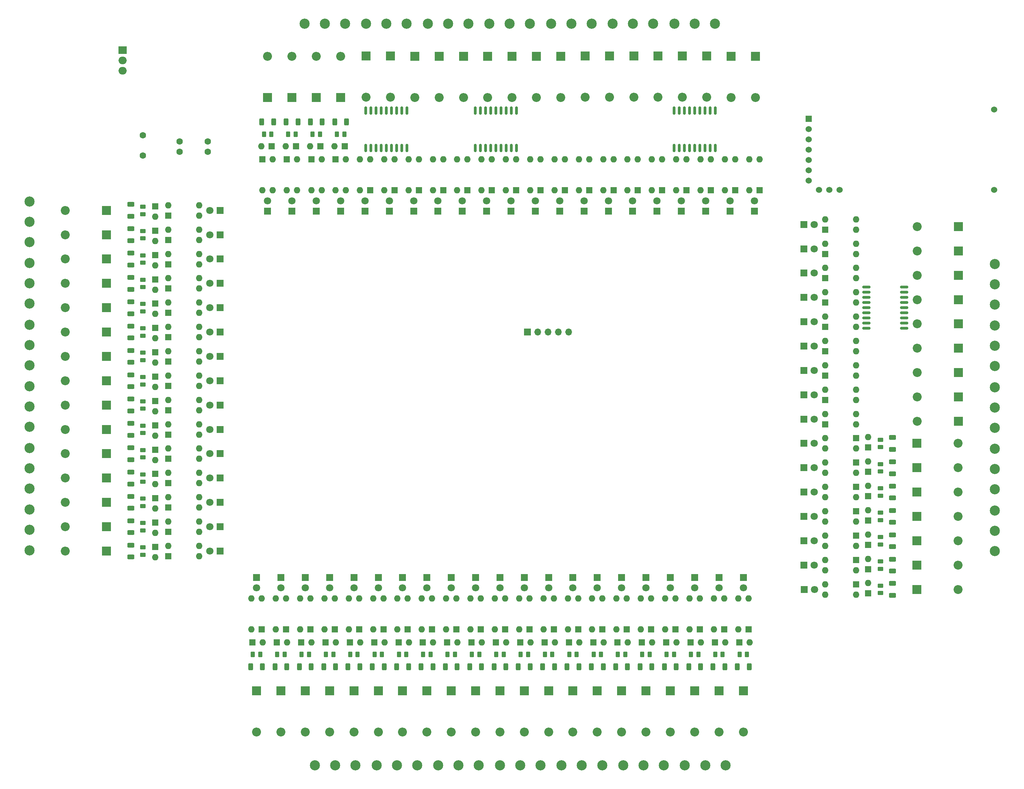
<source format=gbr>
%TF.GenerationSoftware,KiCad,Pcbnew,(6.0.9)*%
%TF.CreationDate,2023-01-18T11:33:35+02:00*%
%TF.ProjectId,SilosProject02,53696c6f-7350-4726-9f6a-65637430322e,rev?*%
%TF.SameCoordinates,Original*%
%TF.FileFunction,Soldermask,Bot*%
%TF.FilePolarity,Negative*%
%FSLAX46Y46*%
G04 Gerber Fmt 4.6, Leading zero omitted, Abs format (unit mm)*
G04 Created by KiCad (PCBNEW (6.0.9)) date 2023-01-18 11:33:35*
%MOMM*%
%LPD*%
G01*
G04 APERTURE LIST*
G04 Aperture macros list*
%AMRoundRect*
0 Rectangle with rounded corners*
0 $1 Rounding radius*
0 $2 $3 $4 $5 $6 $7 $8 $9 X,Y pos of 4 corners*
0 Add a 4 corners polygon primitive as box body*
4,1,4,$2,$3,$4,$5,$6,$7,$8,$9,$2,$3,0*
0 Add four circle primitives for the rounded corners*
1,1,$1+$1,$2,$3*
1,1,$1+$1,$4,$5*
1,1,$1+$1,$6,$7*
1,1,$1+$1,$8,$9*
0 Add four rect primitives between the rounded corners*
20,1,$1+$1,$2,$3,$4,$5,0*
20,1,$1+$1,$4,$5,$6,$7,0*
20,1,$1+$1,$6,$7,$8,$9,0*
20,1,$1+$1,$8,$9,$2,$3,0*%
G04 Aperture macros list end*
%ADD10RoundRect,0.250000X-0.625000X0.312500X-0.625000X-0.312500X0.625000X-0.312500X0.625000X0.312500X0*%
%ADD11C,2.500000*%
%ADD12R,1.600000X1.600000*%
%ADD13O,1.600000X1.600000*%
%ADD14RoundRect,0.250000X-0.450000X0.262500X-0.450000X-0.262500X0.450000X-0.262500X0.450000X0.262500X0*%
%ADD15R,2.200000X2.200000*%
%ADD16O,2.200000X2.200000*%
%ADD17RoundRect,0.250000X0.450000X-0.262500X0.450000X0.262500X-0.450000X0.262500X-0.450000X-0.262500X0*%
%ADD18R,1.800000X1.800000*%
%ADD19C,1.800000*%
%ADD20RoundRect,0.250000X0.625000X-0.312500X0.625000X0.312500X-0.625000X0.312500X-0.625000X-0.312500X0*%
%ADD21R,1.700000X1.700000*%
%ADD22O,1.700000X1.700000*%
%ADD23R,1.524000X1.524000*%
%ADD24C,1.524000*%
%ADD25RoundRect,0.250000X-0.262500X-0.450000X0.262500X-0.450000X0.262500X0.450000X-0.262500X0.450000X0*%
%ADD26RoundRect,0.250000X0.312500X0.625000X-0.312500X0.625000X-0.312500X-0.625000X0.312500X-0.625000X0*%
%ADD27RoundRect,0.250000X0.262500X0.450000X-0.262500X0.450000X-0.262500X-0.450000X0.262500X-0.450000X0*%
%ADD28RoundRect,0.250000X-0.312500X-0.625000X0.312500X-0.625000X0.312500X0.625000X-0.312500X0.625000X0*%
%ADD29C,1.600000*%
%ADD30RoundRect,0.150000X0.150000X-0.875000X0.150000X0.875000X-0.150000X0.875000X-0.150000X-0.875000X0*%
%ADD31R,2.000000X1.905000*%
%ADD32O,2.000000X1.905000*%
%ADD33RoundRect,0.150000X-0.875000X-0.150000X0.875000X-0.150000X0.875000X0.150000X-0.875000X0.150000X0*%
G04 APERTURE END LIST*
D10*
%TO.C,R20*%
X-472000000Y-512537500D03*
X-472000000Y-515462500D03*
%TD*%
D11*
%TO.C,J13*%
X-340600000Y-596800000D03*
X-345600000Y-596800000D03*
X-350600000Y-596800000D03*
%TD*%
D10*
%TO.C,R34*%
X-472000000Y-494537500D03*
X-472000000Y-497462500D03*
%TD*%
D12*
%TO.C,D113*%
X-346000000Y-566500000D03*
D13*
X-343460000Y-566500000D03*
%TD*%
D14*
%TO.C,R218*%
X-287200000Y-528550000D03*
X-287200000Y-530375000D03*
%TD*%
D12*
%TO.C,D151*%
X-425275000Y-444200000D03*
D13*
X-427815000Y-444200000D03*
%TD*%
D15*
%TO.C,D87*%
X-411000000Y-578500000D03*
D16*
X-411000000Y-588660000D03*
%TD*%
D12*
%TO.C,U29*%
X-385725000Y-563300000D03*
D13*
X-388265000Y-563300000D03*
X-388265000Y-555680000D03*
X-385725000Y-555680000D03*
%TD*%
D17*
%TO.C,R31*%
X-469000000Y-520912500D03*
X-469000000Y-519087500D03*
%TD*%
D15*
%TO.C,D176*%
X-420275000Y-432200000D03*
D16*
X-420275000Y-422040000D03*
%TD*%
D12*
%TO.C,D167*%
X-437275000Y-444200000D03*
D13*
X-439815000Y-444200000D03*
%TD*%
D18*
%TO.C,D189*%
X-360275000Y-460200000D03*
D19*
X-360275000Y-457660000D03*
%TD*%
D11*
%TO.C,J21*%
X-353200000Y-414000000D03*
X-348200000Y-414000000D03*
X-343200000Y-414000000D03*
%TD*%
D18*
%TO.C,D169*%
X-306020000Y-463462500D03*
D19*
X-303480000Y-463462500D03*
%TD*%
D12*
%TO.C,U69*%
X-329000000Y-455000000D03*
D13*
X-331540000Y-455000000D03*
X-331540000Y-447380000D03*
X-329000000Y-447380000D03*
%TD*%
D15*
%TO.C,D70*%
X-399000000Y-578500000D03*
D16*
X-399000000Y-588660000D03*
%TD*%
D20*
%TO.C,R223*%
X-284200000Y-530925000D03*
X-284200000Y-528000000D03*
%TD*%
D12*
%TO.C,U8*%
X-462800000Y-461275000D03*
D13*
X-462800000Y-458735000D03*
X-455180000Y-458735000D03*
X-455180000Y-461275000D03*
%TD*%
D12*
%TO.C,U9*%
X-462800000Y-491275000D03*
D13*
X-462800000Y-488735000D03*
X-455180000Y-488735000D03*
X-455180000Y-491275000D03*
%TD*%
D12*
%TO.C,U26*%
X-391725000Y-563300000D03*
D13*
X-394265000Y-563300000D03*
X-394265000Y-555680000D03*
X-391725000Y-555680000D03*
%TD*%
D18*
%TO.C,D158*%
X-432275000Y-460200000D03*
D19*
X-432275000Y-457660000D03*
%TD*%
D11*
%TO.C,J9*%
X-401400000Y-596800000D03*
X-406400000Y-596800000D03*
X-411400000Y-596800000D03*
%TD*%
D18*
%TO.C,D36*%
X-450000000Y-514000000D03*
D19*
X-452540000Y-514000000D03*
%TD*%
D15*
%TO.C,D136*%
X-278200000Y-541462500D03*
D16*
X-268040000Y-541462500D03*
%TD*%
D15*
%TO.C,D38*%
X-478000000Y-466000000D03*
D16*
X-488160000Y-466000000D03*
%TD*%
D17*
%TO.C,R16*%
X-469000000Y-514912500D03*
X-469000000Y-513087500D03*
%TD*%
D18*
%TO.C,D166*%
X-438275000Y-460200000D03*
D19*
X-438275000Y-457660000D03*
%TD*%
D21*
%TO.C,J1*%
X-374250000Y-490000000D03*
D22*
X-371710000Y-490000000D03*
X-369170000Y-490000000D03*
X-366630000Y-490000000D03*
X-364090000Y-490000000D03*
%TD*%
D15*
%TO.C,D30*%
X-478000000Y-490000000D03*
D16*
X-488160000Y-490000000D03*
%TD*%
D20*
%TO.C,R237*%
X-284200000Y-524925000D03*
X-284200000Y-522000000D03*
%TD*%
D12*
%TO.C,U57*%
X-300800000Y-488737500D03*
D13*
X-300800000Y-486197500D03*
X-293180000Y-486197500D03*
X-293180000Y-488737500D03*
%TD*%
D11*
%TO.C,J19*%
X-259000000Y-473200000D03*
X-259000000Y-478200000D03*
X-259000000Y-483200000D03*
%TD*%
D12*
%TO.C,D76*%
X-400000000Y-566500000D03*
D13*
X-397460000Y-566500000D03*
%TD*%
D12*
%TO.C,U50*%
X-300820000Y-476737500D03*
D13*
X-300820000Y-474197500D03*
X-293200000Y-474197500D03*
X-293200000Y-476737500D03*
%TD*%
D12*
%TO.C,D111*%
X-376000000Y-566500000D03*
D13*
X-373460000Y-566500000D03*
%TD*%
D17*
%TO.C,R40*%
X-469000000Y-472912500D03*
X-469000000Y-471087500D03*
%TD*%
D14*
%TO.C,R246*%
X-287200000Y-516550000D03*
X-287200000Y-518375000D03*
%TD*%
D12*
%TO.C,U38*%
X-337725000Y-563300000D03*
D13*
X-340265000Y-563300000D03*
X-340265000Y-555680000D03*
X-337725000Y-555680000D03*
%TD*%
D12*
%TO.C,U42*%
X-293200000Y-546187500D03*
D13*
X-293200000Y-548727500D03*
X-300820000Y-548727500D03*
X-300820000Y-546187500D03*
%TD*%
D15*
%TO.C,D47*%
X-478000000Y-472000000D03*
D16*
X-488160000Y-472000000D03*
%TD*%
D15*
%TO.C,D49*%
X-478000000Y-526000000D03*
D16*
X-488160000Y-526000000D03*
%TD*%
D12*
%TO.C,D142*%
X-290200000Y-542462500D03*
D13*
X-290200000Y-539922500D03*
%TD*%
D15*
%TO.C,D14*%
X-342000000Y-421920000D03*
D16*
X-342000000Y-432080000D03*
%TD*%
D12*
%TO.C,U25*%
X-415725000Y-563300000D03*
D13*
X-418265000Y-563300000D03*
X-418265000Y-555680000D03*
X-415725000Y-555680000D03*
%TD*%
D11*
%TO.C,J17*%
X-259000000Y-503600000D03*
X-259000000Y-508600000D03*
X-259000000Y-513600000D03*
%TD*%
%TO.C,J6*%
X-497000000Y-513400000D03*
X-497000000Y-508400000D03*
X-497000000Y-503400000D03*
%TD*%
D12*
%TO.C,D115*%
X-322000000Y-566500000D03*
D13*
X-319460000Y-566500000D03*
%TD*%
D15*
%TO.C,D10*%
X-318000000Y-422000000D03*
D16*
X-318000000Y-432160000D03*
%TD*%
D15*
%TO.C,D18*%
X-366000000Y-422000000D03*
D16*
X-366000000Y-432160000D03*
%TD*%
D23*
%TO.C,A1*%
X-304905000Y-437380000D03*
D24*
X-304905000Y-439920000D03*
X-259175000Y-454900000D03*
X-259175000Y-435100000D03*
X-304905000Y-442460000D03*
X-304905000Y-445000000D03*
X-304905000Y-447540000D03*
X-304905000Y-450080000D03*
X-304905000Y-452620000D03*
X-297285000Y-454900000D03*
X-299825000Y-454900000D03*
X-302365000Y-454900000D03*
%TD*%
D20*
%TO.C,R249*%
X-284200000Y-518925000D03*
X-284200000Y-516000000D03*
%TD*%
D18*
%TO.C,D192*%
X-342275000Y-460200000D03*
D19*
X-342275000Y-457660000D03*
%TD*%
D12*
%TO.C,D51*%
X-466000000Y-471000000D03*
D13*
X-466000000Y-473540000D03*
%TD*%
D20*
%TO.C,R209*%
X-284200000Y-536925000D03*
X-284200000Y-534000000D03*
%TD*%
D18*
%TO.C,D187*%
X-402275000Y-460200000D03*
D19*
X-402275000Y-457660000D03*
%TD*%
D12*
%TO.C,D173*%
X-290200000Y-518462500D03*
D13*
X-290200000Y-515922500D03*
%TD*%
D15*
%TO.C,D23*%
X-396000000Y-422000000D03*
D16*
X-396000000Y-432160000D03*
%TD*%
D15*
%TO.C,D13*%
X-336000000Y-421920000D03*
D16*
X-336000000Y-432080000D03*
%TD*%
D12*
%TO.C,D101*%
X-406000000Y-566500000D03*
D13*
X-403460000Y-566500000D03*
%TD*%
D12*
%TO.C,U36*%
X-319725000Y-563300000D03*
D13*
X-322265000Y-563300000D03*
X-322265000Y-555680000D03*
X-319725000Y-555680000D03*
%TD*%
D17*
%TO.C,R25*%
X-469000000Y-466912500D03*
X-469000000Y-465087500D03*
%TD*%
D15*
%TO.C,D143*%
X-351000000Y-578500000D03*
D16*
X-351000000Y-588660000D03*
%TD*%
D18*
%TO.C,D73*%
X-423000000Y-550500000D03*
D19*
X-423000000Y-553040000D03*
%TD*%
D18*
%TO.C,D194*%
X-390275000Y-460200000D03*
D19*
X-390275000Y-457660000D03*
%TD*%
D15*
%TO.C,D154*%
X-278200000Y-529462500D03*
D16*
X-268040000Y-529462500D03*
%TD*%
D17*
%TO.C,R46*%
X-469000000Y-526912500D03*
X-469000000Y-525087500D03*
%TD*%
D18*
%TO.C,D112*%
X-345000000Y-550500000D03*
D19*
X-345000000Y-553040000D03*
%TD*%
D15*
%TO.C,D12*%
X-330000000Y-421920000D03*
D16*
X-330000000Y-432080000D03*
%TD*%
D12*
%TO.C,U80*%
X-413000000Y-455000000D03*
D13*
X-415540000Y-455000000D03*
X-415540000Y-447380000D03*
X-413000000Y-447380000D03*
%TD*%
D18*
%TO.C,D150*%
X-426275000Y-460200000D03*
D19*
X-426275000Y-457660000D03*
%TD*%
D12*
%TO.C,U37*%
X-367725000Y-563300000D03*
D13*
X-370265000Y-563300000D03*
X-370265000Y-555680000D03*
X-367725000Y-555680000D03*
%TD*%
D17*
%TO.C,R68*%
X-469000000Y-484912500D03*
X-469000000Y-483087500D03*
%TD*%
D12*
%TO.C,U24*%
X-462800000Y-545275000D03*
D13*
X-462800000Y-542735000D03*
X-455180000Y-542735000D03*
X-455180000Y-545275000D03*
%TD*%
D18*
%TO.C,D174*%
X-306020000Y-481462500D03*
D19*
X-303480000Y-481462500D03*
%TD*%
D11*
%TO.C,J26*%
X-429200000Y-414000000D03*
X-424200000Y-414000000D03*
X-419200000Y-414000000D03*
%TD*%
D20*
%TO.C,R165*%
X-284200000Y-554925000D03*
X-284200000Y-552000000D03*
%TD*%
D15*
%TO.C,D127*%
X-278200000Y-547462500D03*
D16*
X-268040000Y-547462500D03*
%TD*%
D18*
%TO.C,D63*%
X-450000000Y-532000000D03*
D19*
X-452540000Y-532000000D03*
%TD*%
D25*
%TO.C,R207*%
X-427187500Y-441200000D03*
X-425362500Y-441200000D03*
%TD*%
D12*
%TO.C,U13*%
X-462800000Y-521275000D03*
D13*
X-462800000Y-518735000D03*
X-455180000Y-518735000D03*
X-455180000Y-521275000D03*
%TD*%
D15*
%TO.C,D65*%
X-478000000Y-484000000D03*
D16*
X-488160000Y-484000000D03*
%TD*%
D12*
%TO.C,U70*%
X-353000000Y-455000000D03*
D13*
X-355540000Y-455000000D03*
X-355540000Y-447380000D03*
X-353000000Y-447380000D03*
%TD*%
D18*
%TO.C,D141*%
X-306020000Y-541462500D03*
D19*
X-303480000Y-541462500D03*
%TD*%
D15*
%TO.C,D86*%
X-441000000Y-578500000D03*
D16*
X-441000000Y-588660000D03*
%TD*%
D12*
%TO.C,D138*%
X-358000000Y-566500000D03*
D13*
X-355460000Y-566500000D03*
%TD*%
D10*
%TO.C,R33*%
X-472000000Y-464537500D03*
X-472000000Y-467462500D03*
%TD*%
D17*
%TO.C,R61*%
X-469000000Y-532912500D03*
X-469000000Y-531087500D03*
%TD*%
D15*
%TO.C,D107*%
X-375000000Y-578500000D03*
D16*
X-375000000Y-588660000D03*
%TD*%
D12*
%TO.C,U27*%
X-439725000Y-563300000D03*
D13*
X-442265000Y-563300000D03*
X-442265000Y-555680000D03*
X-439725000Y-555680000D03*
%TD*%
D12*
%TO.C,D106*%
X-430000000Y-566500000D03*
D13*
X-427460000Y-566500000D03*
%TD*%
D26*
%TO.C,R224*%
X-430812500Y-438200000D03*
X-433737500Y-438200000D03*
%TD*%
D17*
%TO.C,R75*%
X-469000000Y-538912500D03*
X-469000000Y-537087500D03*
%TD*%
D12*
%TO.C,U76*%
X-407000000Y-455000000D03*
D13*
X-409540000Y-455000000D03*
X-409540000Y-447380000D03*
X-407000000Y-447380000D03*
%TD*%
D12*
%TO.C,U21*%
X-462800000Y-539275000D03*
D13*
X-462800000Y-536735000D03*
X-455180000Y-536735000D03*
X-455180000Y-539275000D03*
%TD*%
D18*
%TO.C,D32*%
X-450000000Y-460000000D03*
D19*
X-452540000Y-460000000D03*
%TD*%
D15*
%TO.C,D146*%
X-278200000Y-535462500D03*
D16*
X-268040000Y-535462500D03*
%TD*%
D27*
%TO.C,R81*%
X-398087500Y-569500000D03*
X-399912500Y-569500000D03*
%TD*%
D15*
%TO.C,D117*%
X-339000000Y-578500000D03*
D16*
X-339000000Y-588660000D03*
%TD*%
D11*
%TO.C,J18*%
X-259000000Y-488400000D03*
X-259000000Y-493400000D03*
X-259000000Y-498400000D03*
%TD*%
D18*
%TO.C,D119*%
X-369000000Y-550500000D03*
D19*
X-369000000Y-553040000D03*
%TD*%
D15*
%TO.C,D95*%
X-435000000Y-578500000D03*
D16*
X-435000000Y-588660000D03*
%TD*%
D18*
%TO.C,D193*%
X-366275000Y-460200000D03*
D19*
X-366275000Y-457660000D03*
%TD*%
D27*
%TO.C,R120*%
X-434087500Y-569500000D03*
X-435912500Y-569500000D03*
%TD*%
D15*
%TO.C,D58*%
X-478000000Y-532000000D03*
D16*
X-488160000Y-532000000D03*
%TD*%
D12*
%TO.C,U43*%
X-355725000Y-563300000D03*
D13*
X-358265000Y-563300000D03*
X-358265000Y-555680000D03*
X-355725000Y-555680000D03*
%TD*%
D12*
%TO.C,U20*%
X-462800000Y-485275000D03*
D13*
X-462800000Y-482735000D03*
X-455180000Y-482735000D03*
X-455180000Y-485275000D03*
%TD*%
D28*
%TO.C,R128*%
X-436462500Y-572500000D03*
X-433537500Y-572500000D03*
%TD*%
D12*
%TO.C,D94*%
X-388000000Y-566500000D03*
D13*
X-385460000Y-566500000D03*
%TD*%
D28*
%TO.C,R130*%
X-382462500Y-572500000D03*
X-379537500Y-572500000D03*
%TD*%
D15*
%TO.C,D1*%
X-268000000Y-512000000D03*
D16*
X-278160000Y-512000000D03*
%TD*%
D18*
%TO.C,D195*%
X-414275000Y-460200000D03*
D19*
X-414275000Y-457660000D03*
%TD*%
D11*
%TO.C,J7*%
X-497000000Y-543800000D03*
X-497000000Y-538800000D03*
X-497000000Y-533800000D03*
%TD*%
D15*
%TO.C,D125*%
X-363000000Y-578500000D03*
D16*
X-363000000Y-588660000D03*
%TD*%
D12*
%TO.C,U75*%
X-383000000Y-455000000D03*
D13*
X-385540000Y-455000000D03*
X-385540000Y-447380000D03*
X-383000000Y-447380000D03*
%TD*%
D27*
%TO.C,R108*%
X-410087500Y-569500000D03*
X-411912500Y-569500000D03*
%TD*%
%TO.C,R173*%
X-332087500Y-569500000D03*
X-333912500Y-569500000D03*
%TD*%
D15*
%TO.C,D108*%
X-345000000Y-578500000D03*
D16*
X-345000000Y-588660000D03*
%TD*%
D18*
%TO.C,D172*%
X-306020000Y-517462500D03*
D19*
X-303480000Y-517462500D03*
%TD*%
D15*
%TO.C,D155*%
X-432275000Y-432200000D03*
D16*
X-432275000Y-422040000D03*
%TD*%
D18*
%TO.C,D80*%
X-450000000Y-544000000D03*
D19*
X-452540000Y-544000000D03*
%TD*%
D12*
%TO.C,D145*%
X-352000000Y-566500000D03*
D13*
X-349460000Y-566500000D03*
%TD*%
D27*
%TO.C,R126*%
X-380087500Y-569500000D03*
X-381912500Y-569500000D03*
%TD*%
D18*
%TO.C,D130*%
X-333000000Y-550500000D03*
D19*
X-333000000Y-553040000D03*
%TD*%
D12*
%TO.C,U72*%
X-401000000Y-455000000D03*
D13*
X-403540000Y-455000000D03*
X-403540000Y-447380000D03*
X-401000000Y-447380000D03*
%TD*%
D12*
%TO.C,U56*%
X-439550000Y-447400000D03*
D13*
X-437010000Y-447400000D03*
X-437010000Y-455020000D03*
X-439550000Y-455020000D03*
%TD*%
D25*
%TO.C,R221*%
X-433187500Y-441200000D03*
X-431362500Y-441200000D03*
%TD*%
D18*
%TO.C,D182*%
X-372275000Y-460200000D03*
D19*
X-372275000Y-457660000D03*
%TD*%
D12*
%TO.C,D85*%
X-394000000Y-566500000D03*
D13*
X-391460000Y-566500000D03*
%TD*%
D18*
%TO.C,D75*%
X-399000000Y-550500000D03*
D19*
X-399000000Y-553040000D03*
%TD*%
D14*
%TO.C,R232*%
X-287200000Y-522550000D03*
X-287200000Y-524375000D03*
%TD*%
D12*
%TO.C,U73*%
X-335000000Y-455000000D03*
D13*
X-337540000Y-455000000D03*
X-337540000Y-447380000D03*
X-335000000Y-447380000D03*
%TD*%
D11*
%TO.C,J24*%
X-398800000Y-414000000D03*
X-393800000Y-414000000D03*
X-388800000Y-414000000D03*
%TD*%
D18*
%TO.C,D82*%
X-417000000Y-550500000D03*
D19*
X-417000000Y-553040000D03*
%TD*%
D18*
%TO.C,D156*%
X-306020000Y-529462500D03*
D19*
X-303480000Y-529462500D03*
%TD*%
D27*
%TO.C,R123*%
X-404087500Y-569500000D03*
X-405912500Y-569500000D03*
%TD*%
D18*
%TO.C,D180*%
X-324275000Y-460200000D03*
D19*
X-324275000Y-457660000D03*
%TD*%
D10*
%TO.C,R18*%
X-472000000Y-458537500D03*
X-472000000Y-461462500D03*
%TD*%
D12*
%TO.C,U63*%
X-300800000Y-506737500D03*
D13*
X-300800000Y-504197500D03*
X-293180000Y-504197500D03*
X-293180000Y-506737500D03*
%TD*%
D12*
%TO.C,D53*%
X-466000000Y-501000000D03*
D13*
X-466000000Y-503540000D03*
%TD*%
D10*
%TO.C,R50*%
X-472000000Y-524537500D03*
X-472000000Y-527462500D03*
%TD*%
D12*
%TO.C,U60*%
X-293200000Y-516187500D03*
D13*
X-293200000Y-518727500D03*
X-300820000Y-518727500D03*
X-300820000Y-516187500D03*
%TD*%
D12*
%TO.C,U58*%
X-300820000Y-464737500D03*
D13*
X-300820000Y-462197500D03*
X-293200000Y-462197500D03*
X-293200000Y-464737500D03*
%TD*%
D12*
%TO.C,U14*%
X-462800000Y-473275000D03*
D13*
X-462800000Y-470735000D03*
X-455180000Y-470735000D03*
X-455180000Y-473275000D03*
%TD*%
D12*
%TO.C,D131*%
X-334000000Y-566500000D03*
D13*
X-331460000Y-566500000D03*
%TD*%
D12*
%TO.C,U17*%
X-462800000Y-479275000D03*
D13*
X-462800000Y-476735000D03*
X-455180000Y-476735000D03*
X-455180000Y-479275000D03*
%TD*%
D15*
%TO.C,D8*%
X-268000000Y-470000000D03*
D16*
X-278160000Y-470000000D03*
%TD*%
D18*
%TO.C,D61*%
X-450000000Y-508000000D03*
D19*
X-452540000Y-508000000D03*
%TD*%
D15*
%TO.C,D9*%
X-268000000Y-464000000D03*
D16*
X-278160000Y-464000000D03*
%TD*%
D18*
%TO.C,D177*%
X-306020000Y-505462500D03*
D19*
X-303480000Y-505462500D03*
%TD*%
D12*
%TO.C,D67*%
X-466000000Y-483000000D03*
D13*
X-466000000Y-485540000D03*
%TD*%
D29*
%TO.C,C16*%
X-469000000Y-441500000D03*
X-469000000Y-446500000D03*
%TD*%
D12*
%TO.C,U74*%
X-359000000Y-455000000D03*
D13*
X-361540000Y-455000000D03*
X-361540000Y-447380000D03*
X-359000000Y-447380000D03*
%TD*%
D12*
%TO.C,U59*%
X-300800000Y-512737500D03*
D13*
X-300800000Y-510197500D03*
X-293180000Y-510197500D03*
X-293180000Y-512737500D03*
%TD*%
D12*
%TO.C,D179*%
X-419275000Y-444200000D03*
D13*
X-421815000Y-444200000D03*
%TD*%
D12*
%TO.C,U10*%
X-462800000Y-515275000D03*
D13*
X-462800000Y-512735000D03*
X-455180000Y-512735000D03*
X-455180000Y-515275000D03*
%TD*%
D12*
%TO.C,U40*%
X-361725000Y-563300000D03*
D13*
X-364265000Y-563300000D03*
X-364265000Y-555680000D03*
X-361725000Y-555680000D03*
%TD*%
D12*
%TO.C,U45*%
X-293200000Y-540187500D03*
D13*
X-293200000Y-542727500D03*
X-300820000Y-542727500D03*
X-300820000Y-540187500D03*
%TD*%
D15*
%TO.C,D109*%
X-321000000Y-578500000D03*
D16*
X-321000000Y-588660000D03*
%TD*%
D14*
%TO.C,R204*%
X-287200000Y-534550000D03*
X-287200000Y-536375000D03*
%TD*%
D12*
%TO.C,D35*%
X-466000000Y-489000000D03*
D13*
X-466000000Y-491540000D03*
%TD*%
D15*
%TO.C,D17*%
X-360000000Y-421920000D03*
D16*
X-360000000Y-432080000D03*
%TD*%
D12*
%TO.C,U51*%
X-293200000Y-528187500D03*
D13*
X-293200000Y-530727500D03*
X-300820000Y-530727500D03*
X-300820000Y-528187500D03*
%TD*%
D17*
%TO.C,R90*%
X-469000000Y-544912500D03*
X-469000000Y-543087500D03*
%TD*%
D14*
%TO.C,R176*%
X-287200000Y-546550000D03*
X-287200000Y-548375000D03*
%TD*%
D15*
%TO.C,D5*%
X-268000000Y-488000000D03*
D16*
X-278160000Y-488000000D03*
%TD*%
D12*
%TO.C,D92*%
X-412000000Y-566500000D03*
D13*
X-409460000Y-566500000D03*
%TD*%
D12*
%TO.C,U16*%
X-462800000Y-527275000D03*
D13*
X-462800000Y-524735000D03*
X-455180000Y-524735000D03*
X-455180000Y-527275000D03*
%TD*%
D12*
%TO.C,D64*%
X-466000000Y-531000000D03*
D13*
X-466000000Y-533540000D03*
%TD*%
D28*
%TO.C,R85*%
X-400462500Y-572500000D03*
X-397537500Y-572500000D03*
%TD*%
D17*
%TO.C,R28*%
X-469000000Y-496912500D03*
X-469000000Y-495087500D03*
%TD*%
D12*
%TO.C,U35*%
X-343725000Y-563300000D03*
D13*
X-346265000Y-563300000D03*
X-346265000Y-555680000D03*
X-343725000Y-555680000D03*
%TD*%
D15*
%TO.C,D97*%
X-381000000Y-578500000D03*
D16*
X-381000000Y-588660000D03*
%TD*%
D15*
%TO.C,D15*%
X-348000000Y-421920000D03*
D16*
X-348000000Y-432080000D03*
%TD*%
D15*
%TO.C,D69*%
X-423000000Y-578500000D03*
D16*
X-423000000Y-588660000D03*
%TD*%
D12*
%TO.C,U23*%
X-397725000Y-563300000D03*
D13*
X-400265000Y-563300000D03*
X-400265000Y-555680000D03*
X-397725000Y-555680000D03*
%TD*%
D12*
%TO.C,U71*%
X-377000000Y-455000000D03*
D13*
X-379540000Y-455000000D03*
X-379540000Y-447380000D03*
X-377000000Y-447380000D03*
%TD*%
D10*
%TO.C,R63*%
X-472000000Y-476537500D03*
X-472000000Y-479462500D03*
%TD*%
D15*
%TO.C,D27*%
X-408000000Y-421920000D03*
D16*
X-408000000Y-432080000D03*
%TD*%
D11*
%TO.C,J2*%
X-497000000Y-467800000D03*
X-497000000Y-462800000D03*
X-497000000Y-457800000D03*
%TD*%
D18*
%TO.C,D152*%
X-306020000Y-499462500D03*
D19*
X-303480000Y-499462500D03*
%TD*%
D11*
%TO.C,J5*%
X-497000000Y-528600000D03*
X-497000000Y-523600000D03*
X-497000000Y-518600000D03*
%TD*%
D12*
%TO.C,D83*%
X-418000000Y-566500000D03*
D13*
X-415460000Y-566500000D03*
%TD*%
D27*
%TO.C,R158*%
X-338087500Y-569500000D03*
X-339912500Y-569500000D03*
%TD*%
%TO.C,R146*%
X-320087500Y-569500000D03*
X-321912500Y-569500000D03*
%TD*%
D15*
%TO.C,D56*%
X-478000000Y-478000000D03*
D16*
X-488160000Y-478000000D03*
%TD*%
D12*
%TO.C,D157*%
X-290200000Y-530462500D03*
D13*
X-290200000Y-527922500D03*
%TD*%
D12*
%TO.C,U67*%
X-371000000Y-455000000D03*
D13*
X-373540000Y-455000000D03*
X-373540000Y-447380000D03*
X-371000000Y-447380000D03*
%TD*%
D27*
%TO.C,R78*%
X-422087500Y-569500000D03*
X-423912500Y-569500000D03*
%TD*%
%TO.C,R170*%
X-362087500Y-569500000D03*
X-363912500Y-569500000D03*
%TD*%
D29*
%TO.C,C18*%
X-460000000Y-445500000D03*
X-460000000Y-443000000D03*
%TD*%
D18*
%TO.C,D144*%
X-351000000Y-550500000D03*
D19*
X-351000000Y-553040000D03*
%TD*%
D12*
%TO.C,D74*%
X-424000000Y-566500000D03*
D13*
X-421460000Y-566500000D03*
%TD*%
D12*
%TO.C,U61*%
X-300800000Y-482737500D03*
D13*
X-300800000Y-480197500D03*
X-293180000Y-480197500D03*
X-293180000Y-482737500D03*
%TD*%
D12*
%TO.C,U33*%
X-427725000Y-563300000D03*
D13*
X-430265000Y-563300000D03*
X-430265000Y-555680000D03*
X-427725000Y-555680000D03*
%TD*%
D15*
%TO.C,D68*%
X-478000000Y-538000000D03*
D16*
X-488160000Y-538000000D03*
%TD*%
D18*
%TO.C,D105*%
X-429000000Y-550500000D03*
D19*
X-429000000Y-553040000D03*
%TD*%
D18*
%TO.C,D184*%
X-330275000Y-460200000D03*
D19*
X-330275000Y-457660000D03*
%TD*%
D18*
%TO.C,D161*%
X-306020000Y-469462500D03*
D19*
X-303480000Y-469462500D03*
%TD*%
D12*
%TO.C,U15*%
X-462800000Y-503275000D03*
D13*
X-462800000Y-500735000D03*
X-455180000Y-500735000D03*
X-455180000Y-503275000D03*
%TD*%
D12*
%TO.C,U31*%
X-403725000Y-563300000D03*
D13*
X-406265000Y-563300000D03*
X-406265000Y-555680000D03*
X-403725000Y-555680000D03*
%TD*%
D18*
%TO.C,D100*%
X-405000000Y-550500000D03*
D19*
X-405000000Y-553040000D03*
%TD*%
D28*
%TO.C,R84*%
X-424462500Y-572500000D03*
X-421537500Y-572500000D03*
%TD*%
D15*
%TO.C,D6*%
X-268000000Y-482000000D03*
D16*
X-278160000Y-482000000D03*
%TD*%
D12*
%TO.C,D33*%
X-466000000Y-459000000D03*
D13*
X-466000000Y-461540000D03*
%TD*%
D14*
%TO.C,R161*%
X-287200000Y-552550000D03*
X-287200000Y-554375000D03*
%TD*%
D12*
%TO.C,U46*%
X-349725000Y-563300000D03*
D13*
X-352265000Y-563300000D03*
X-352265000Y-555680000D03*
X-349725000Y-555680000D03*
%TD*%
D12*
%TO.C,D60*%
X-466000000Y-477000000D03*
D13*
X-466000000Y-479540000D03*
%TD*%
D12*
%TO.C,D122*%
X-340000000Y-566500000D03*
D13*
X-337460000Y-566500000D03*
%TD*%
D11*
%TO.C,J23*%
X-383600000Y-414000000D03*
X-378600000Y-414000000D03*
X-373600000Y-414000000D03*
%TD*%
D12*
%TO.C,U49*%
X-300800000Y-500737500D03*
D13*
X-300800000Y-498197500D03*
X-293180000Y-498197500D03*
X-293180000Y-500737500D03*
%TD*%
D18*
%TO.C,D128*%
X-363000000Y-550500000D03*
D19*
X-363000000Y-553040000D03*
%TD*%
D18*
%TO.C,D123*%
X-306000000Y-553462500D03*
D19*
X-303460000Y-553462500D03*
%TD*%
D12*
%TO.C,D42*%
X-466000000Y-465000000D03*
D13*
X-466000000Y-467540000D03*
%TD*%
D17*
%TO.C,R10*%
X-469000000Y-460912500D03*
X-469000000Y-459087500D03*
%TD*%
D30*
%TO.C,U5*%
X-403920000Y-444650000D03*
X-405190000Y-444650000D03*
X-406460000Y-444650000D03*
X-407730000Y-444650000D03*
X-409000000Y-444650000D03*
X-410270000Y-444650000D03*
X-411540000Y-444650000D03*
X-412810000Y-444650000D03*
X-414080000Y-444650000D03*
X-414080000Y-435350000D03*
X-412810000Y-435350000D03*
X-411540000Y-435350000D03*
X-410270000Y-435350000D03*
X-409000000Y-435350000D03*
X-407730000Y-435350000D03*
X-406460000Y-435350000D03*
X-405190000Y-435350000D03*
X-403920000Y-435350000D03*
%TD*%
D15*
%TO.C,D78*%
X-417000000Y-578500000D03*
D16*
X-417000000Y-588660000D03*
%TD*%
D11*
%TO.C,J14*%
X-355800000Y-596800000D03*
X-360800000Y-596800000D03*
X-365800000Y-596800000D03*
%TD*%
D12*
%TO.C,U28*%
X-409725000Y-563300000D03*
D13*
X-412265000Y-563300000D03*
X-412265000Y-555680000D03*
X-409725000Y-555680000D03*
%TD*%
D18*
%TO.C,D98*%
X-435000000Y-550500000D03*
D19*
X-435000000Y-553040000D03*
%TD*%
D11*
%TO.C,J10*%
X-371000000Y-596800000D03*
X-376000000Y-596800000D03*
X-381000000Y-596800000D03*
%TD*%
D14*
%TO.C,R191*%
X-287200000Y-540550000D03*
X-287200000Y-542375000D03*
%TD*%
D31*
%TO.C,U6*%
X-474055000Y-420460000D03*
D32*
X-474055000Y-423000000D03*
X-474055000Y-425540000D03*
%TD*%
D28*
%TO.C,R194*%
X-328462500Y-572500000D03*
X-325537500Y-572500000D03*
%TD*%
D30*
%TO.C,U4*%
X-376920000Y-444650000D03*
X-378190000Y-444650000D03*
X-379460000Y-444650000D03*
X-380730000Y-444650000D03*
X-382000000Y-444650000D03*
X-383270000Y-444650000D03*
X-384540000Y-444650000D03*
X-385810000Y-444650000D03*
X-387080000Y-444650000D03*
X-387080000Y-435350000D03*
X-385810000Y-435350000D03*
X-384540000Y-435350000D03*
X-383270000Y-435350000D03*
X-382000000Y-435350000D03*
X-380730000Y-435350000D03*
X-379460000Y-435350000D03*
X-378190000Y-435350000D03*
X-376920000Y-435350000D03*
%TD*%
D11*
%TO.C,J22*%
X-368400000Y-414000000D03*
X-363400000Y-414000000D03*
X-358400000Y-414000000D03*
%TD*%
D10*
%TO.C,R98*%
X-472000000Y-542537500D03*
X-472000000Y-545462500D03*
%TD*%
D15*
%TO.C,D147*%
X-426275000Y-432200000D03*
D16*
X-426275000Y-422040000D03*
%TD*%
D28*
%TO.C,R115*%
X-388462500Y-572500000D03*
X-385537500Y-572500000D03*
%TD*%
%TO.C,R193*%
X-358462500Y-572500000D03*
X-355537500Y-572500000D03*
%TD*%
%TO.C,R100*%
X-394462500Y-572500000D03*
X-391537500Y-572500000D03*
%TD*%
D18*
%TO.C,D132*%
X-306020000Y-547462500D03*
D19*
X-303480000Y-547462500D03*
%TD*%
D17*
%TO.C,R58*%
X-469000000Y-508912500D03*
X-469000000Y-507087500D03*
%TD*%
D12*
%TO.C,U19*%
X-462800000Y-533275000D03*
D13*
X-462800000Y-530735000D03*
X-455180000Y-530735000D03*
X-455180000Y-533275000D03*
%TD*%
D12*
%TO.C,D81*%
X-466000000Y-543000000D03*
D13*
X-466000000Y-545540000D03*
%TD*%
D11*
%TO.C,J3*%
X-497000000Y-498200000D03*
X-497000000Y-493200000D03*
X-497000000Y-488200000D03*
%TD*%
D27*
%TO.C,R96*%
X-392087500Y-569500000D03*
X-393912500Y-569500000D03*
%TD*%
D18*
%TO.C,D153*%
X-306020000Y-475462500D03*
D19*
X-303480000Y-475462500D03*
%TD*%
D26*
%TO.C,R210*%
X-424812500Y-438200000D03*
X-427737500Y-438200000D03*
%TD*%
D27*
%TO.C,R188*%
X-326087500Y-569500000D03*
X-327912500Y-569500000D03*
%TD*%
D12*
%TO.C,U41*%
X-331725000Y-563300000D03*
D13*
X-334265000Y-563300000D03*
X-334265000Y-555680000D03*
X-331725000Y-555680000D03*
%TD*%
D12*
%TO.C,U65*%
X-323000000Y-455000000D03*
D13*
X-325540000Y-455000000D03*
X-325540000Y-447380000D03*
X-323000000Y-447380000D03*
%TD*%
D27*
%TO.C,R185*%
X-356087500Y-569500000D03*
X-357912500Y-569500000D03*
%TD*%
D15*
%TO.C,D4*%
X-268000000Y-494000000D03*
D16*
X-278160000Y-494000000D03*
%TD*%
D18*
%TO.C,D188*%
X-336275000Y-460200000D03*
D19*
X-336275000Y-457660000D03*
%TD*%
D28*
%TO.C,R149*%
X-346462500Y-572500000D03*
X-343537500Y-572500000D03*
%TD*%
D12*
%TO.C,D124*%
X-290200000Y-554462500D03*
D13*
X-290200000Y-551922500D03*
%TD*%
D12*
%TO.C,U48*%
X-427475000Y-447400000D03*
D13*
X-424935000Y-447400000D03*
X-424935000Y-455020000D03*
X-427475000Y-455020000D03*
%TD*%
D27*
%TO.C,R111*%
X-386087500Y-569500000D03*
X-387912500Y-569500000D03*
%TD*%
D18*
%TO.C,D110*%
X-375000000Y-550500000D03*
D19*
X-375000000Y-553040000D03*
%TD*%
D12*
%TO.C,U79*%
X-389000000Y-455000000D03*
D13*
X-391540000Y-455000000D03*
X-391540000Y-447380000D03*
X-389000000Y-447380000D03*
%TD*%
D15*
%TO.C,D57*%
X-478000000Y-508000000D03*
D16*
X-488160000Y-508000000D03*
%TD*%
D15*
%TO.C,D28*%
X-414000000Y-421920000D03*
D16*
X-414000000Y-432080000D03*
%TD*%
D20*
%TO.C,R180*%
X-284200000Y-548925000D03*
X-284200000Y-546000000D03*
%TD*%
D28*
%TO.C,R179*%
X-334462500Y-572500000D03*
X-331537500Y-572500000D03*
%TD*%
D15*
%TO.C,D11*%
X-324000000Y-422000000D03*
D16*
X-324000000Y-432160000D03*
%TD*%
D11*
%TO.C,J8*%
X-386200000Y-596800000D03*
X-391200000Y-596800000D03*
X-396200000Y-596800000D03*
%TD*%
D15*
%TO.C,D21*%
X-384000000Y-422000000D03*
D16*
X-384000000Y-432160000D03*
%TD*%
D18*
%TO.C,D114*%
X-321000000Y-550500000D03*
D19*
X-321000000Y-553040000D03*
%TD*%
D18*
%TO.C,D41*%
X-450000000Y-466000000D03*
D19*
X-452540000Y-466000000D03*
%TD*%
D28*
%TO.C,R178*%
X-364462500Y-572500000D03*
X-361537500Y-572500000D03*
%TD*%
D15*
%TO.C,D88*%
X-387000000Y-578500000D03*
D16*
X-387000000Y-588660000D03*
%TD*%
D15*
%TO.C,D126*%
X-333000000Y-578500000D03*
D16*
X-333000000Y-588660000D03*
%TD*%
D18*
%TO.C,D59*%
X-450000000Y-478000000D03*
D19*
X-452540000Y-478000000D03*
%TD*%
D15*
%TO.C,D20*%
X-378000000Y-422000000D03*
D16*
X-378000000Y-432160000D03*
%TD*%
D12*
%TO.C,D55*%
X-466000000Y-525000000D03*
D13*
X-466000000Y-527540000D03*
%TD*%
D15*
%TO.C,D96*%
X-405000000Y-578500000D03*
D16*
X-405000000Y-588660000D03*
%TD*%
D28*
%TO.C,R99*%
X-418462500Y-572500000D03*
X-415537500Y-572500000D03*
%TD*%
D15*
%TO.C,D19*%
X-372000000Y-422000000D03*
D16*
X-372000000Y-432160000D03*
%TD*%
D18*
%TO.C,D93*%
X-387000000Y-550500000D03*
D19*
X-387000000Y-553040000D03*
%TD*%
D12*
%TO.C,U77*%
X-341000000Y-455000000D03*
D13*
X-343540000Y-455000000D03*
X-343540000Y-447380000D03*
X-341000000Y-447380000D03*
%TD*%
D12*
%TO.C,U30*%
X-433725000Y-563300000D03*
D13*
X-436265000Y-563300000D03*
X-436265000Y-555680000D03*
X-433725000Y-555680000D03*
%TD*%
D18*
%TO.C,D139*%
X-327000000Y-550500000D03*
D19*
X-327000000Y-553040000D03*
%TD*%
D27*
%TO.C,R155*%
X-368087500Y-569500000D03*
X-369912500Y-569500000D03*
%TD*%
D12*
%TO.C,U54*%
X-300820000Y-470737500D03*
D13*
X-300820000Y-468197500D03*
X-293200000Y-468197500D03*
X-293200000Y-470737500D03*
%TD*%
D10*
%TO.C,R70*%
X-472000000Y-482537500D03*
X-472000000Y-485462500D03*
%TD*%
D15*
%TO.C,D2*%
X-268000000Y-506000000D03*
D16*
X-278160000Y-506000000D03*
%TD*%
D30*
%TO.C,U2*%
X-327920000Y-444650000D03*
X-329190000Y-444650000D03*
X-330460000Y-444650000D03*
X-331730000Y-444650000D03*
X-333000000Y-444650000D03*
X-334270000Y-444650000D03*
X-335540000Y-444650000D03*
X-336810000Y-444650000D03*
X-338080000Y-444650000D03*
X-338080000Y-435350000D03*
X-336810000Y-435350000D03*
X-335540000Y-435350000D03*
X-334270000Y-435350000D03*
X-333000000Y-435350000D03*
X-331730000Y-435350000D03*
X-330460000Y-435350000D03*
X-329190000Y-435350000D03*
X-327920000Y-435350000D03*
%TD*%
D15*
%TO.C,D134*%
X-357000000Y-578500000D03*
D16*
X-357000000Y-588660000D03*
%TD*%
D11*
%TO.C,J11*%
X-416600000Y-596800000D03*
X-421600000Y-596800000D03*
X-426600000Y-596800000D03*
%TD*%
D26*
%TO.C,R260*%
X-418812500Y-438200000D03*
X-421737500Y-438200000D03*
%TD*%
D18*
%TO.C,D43*%
X-450000000Y-496000000D03*
D19*
X-452540000Y-496000000D03*
%TD*%
D15*
%TO.C,D170*%
X-278200000Y-517462500D03*
D16*
X-268040000Y-517462500D03*
%TD*%
D11*
%TO.C,J20*%
X-338000000Y-414000000D03*
X-333000000Y-414000000D03*
X-328000000Y-414000000D03*
%TD*%
D28*
%TO.C,R163*%
X-370462500Y-572500000D03*
X-367537500Y-572500000D03*
%TD*%
D20*
%TO.C,R195*%
X-284200000Y-542925000D03*
X-284200000Y-540000000D03*
%TD*%
D28*
%TO.C,R114*%
X-412462500Y-572500000D03*
X-409537500Y-572500000D03*
%TD*%
D12*
%TO.C,U39*%
X-293200000Y-552187500D03*
D13*
X-293200000Y-554727500D03*
X-300820000Y-554727500D03*
X-300820000Y-552187500D03*
%TD*%
D12*
%TO.C,U78*%
X-365000000Y-455000000D03*
D13*
X-367540000Y-455000000D03*
X-367540000Y-447380000D03*
X-365000000Y-447380000D03*
%TD*%
D12*
%TO.C,D129*%
X-364000000Y-566500000D03*
D13*
X-361460000Y-566500000D03*
%TD*%
D12*
%TO.C,U32*%
X-379725000Y-563300000D03*
D13*
X-382265000Y-563300000D03*
X-382265000Y-555680000D03*
X-379725000Y-555680000D03*
%TD*%
D18*
%TO.C,D45*%
X-450000000Y-520000000D03*
D19*
X-452540000Y-520000000D03*
%TD*%
D18*
%TO.C,D178*%
X-420275000Y-460200000D03*
D19*
X-420275000Y-457660000D03*
%TD*%
D18*
%TO.C,D54*%
X-450000000Y-526000000D03*
D19*
X-452540000Y-526000000D03*
%TD*%
D11*
%TO.C,J16*%
X-259000000Y-518800000D03*
X-259000000Y-523800000D03*
X-259000000Y-528800000D03*
%TD*%
D12*
%TO.C,D159*%
X-431275000Y-444200000D03*
D13*
X-433815000Y-444200000D03*
%TD*%
D10*
%TO.C,R65*%
X-472000000Y-530537500D03*
X-472000000Y-533462500D03*
%TD*%
D18*
%TO.C,D185*%
X-354275000Y-460200000D03*
D19*
X-354275000Y-457660000D03*
%TD*%
D12*
%TO.C,U62*%
X-317000000Y-455000000D03*
D13*
X-319540000Y-455000000D03*
X-319540000Y-447380000D03*
X-317000000Y-447380000D03*
%TD*%
D15*
%TO.C,D162*%
X-278200000Y-523462500D03*
D16*
X-268040000Y-523462500D03*
%TD*%
D18*
%TO.C,D148*%
X-306020000Y-535462500D03*
D19*
X-303480000Y-535462500D03*
%TD*%
D12*
%TO.C,U68*%
X-395000000Y-455000000D03*
D13*
X-397540000Y-455000000D03*
X-397540000Y-447380000D03*
X-395000000Y-447380000D03*
%TD*%
D15*
%TO.C,D29*%
X-478000000Y-460000000D03*
D16*
X-488160000Y-460000000D03*
%TD*%
D25*
%TO.C,R257*%
X-421187500Y-441200000D03*
X-419362500Y-441200000D03*
%TD*%
D12*
%TO.C,U55*%
X-293200000Y-522187500D03*
D13*
X-293200000Y-524727500D03*
X-300820000Y-524727500D03*
X-300820000Y-522187500D03*
%TD*%
D15*
%TO.C,D24*%
X-402000000Y-422000000D03*
D16*
X-402000000Y-432160000D03*
%TD*%
D15*
%TO.C,D135*%
X-327000000Y-578500000D03*
D16*
X-327000000Y-588660000D03*
%TD*%
D33*
%TO.C,U1*%
X-290650000Y-489080000D03*
X-290650000Y-487810000D03*
X-290650000Y-486540000D03*
X-290650000Y-485270000D03*
X-290650000Y-484000000D03*
X-290650000Y-482730000D03*
X-290650000Y-481460000D03*
X-290650000Y-480190000D03*
X-290650000Y-478920000D03*
X-281350000Y-478920000D03*
X-281350000Y-480190000D03*
X-281350000Y-481460000D03*
X-281350000Y-482730000D03*
X-281350000Y-484000000D03*
X-281350000Y-485270000D03*
X-281350000Y-486540000D03*
X-281350000Y-487810000D03*
X-281350000Y-489080000D03*
%TD*%
D17*
%TO.C,R55*%
X-469000000Y-478912500D03*
X-469000000Y-477087500D03*
%TD*%
D10*
%TO.C,R35*%
X-472000000Y-518537500D03*
X-472000000Y-521462500D03*
%TD*%
D26*
%TO.C,R238*%
X-436812500Y-438200000D03*
X-439737500Y-438200000D03*
%TD*%
D10*
%TO.C,R83*%
X-472000000Y-536537500D03*
X-472000000Y-539462500D03*
%TD*%
D18*
%TO.C,D89*%
X-441000000Y-550500000D03*
D19*
X-441000000Y-553040000D03*
%TD*%
D12*
%TO.C,D90*%
X-442000000Y-566500000D03*
D13*
X-439460000Y-566500000D03*
%TD*%
D18*
%TO.C,D91*%
X-411000000Y-550500000D03*
D19*
X-411000000Y-553040000D03*
%TD*%
D12*
%TO.C,D99*%
X-436000000Y-566500000D03*
D13*
X-433460000Y-566500000D03*
%TD*%
D11*
%TO.C,J4*%
X-497000000Y-483000000D03*
X-497000000Y-478000000D03*
X-497000000Y-473000000D03*
%TD*%
D15*
%TO.C,D31*%
X-478000000Y-514000000D03*
D16*
X-488160000Y-514000000D03*
%TD*%
D18*
%TO.C,D183*%
X-396275000Y-460200000D03*
D19*
X-396275000Y-457660000D03*
%TD*%
D10*
%TO.C,R64*%
X-472000000Y-506537500D03*
X-472000000Y-509462500D03*
%TD*%
D12*
%TO.C,D120*%
X-370000000Y-566500000D03*
D13*
X-367460000Y-566500000D03*
%TD*%
D18*
%TO.C,D186*%
X-378275000Y-460200000D03*
D19*
X-378275000Y-457660000D03*
%TD*%
D15*
%TO.C,D48*%
X-478000000Y-502000000D03*
D16*
X-488160000Y-502000000D03*
%TD*%
D12*
%TO.C,U47*%
X-293200000Y-534187500D03*
D13*
X-293200000Y-536727500D03*
X-300820000Y-536727500D03*
X-300820000Y-534187500D03*
%TD*%
D18*
%TO.C,D181*%
X-348275000Y-460200000D03*
D19*
X-348275000Y-457660000D03*
%TD*%
D15*
%TO.C,D77*%
X-478000000Y-544000000D03*
D16*
X-488160000Y-544000000D03*
%TD*%
D15*
%TO.C,D116*%
X-369000000Y-578500000D03*
D16*
X-369000000Y-588660000D03*
%TD*%
D25*
%TO.C,R235*%
X-439187500Y-441200000D03*
X-437362500Y-441200000D03*
%TD*%
D18*
%TO.C,D102*%
X-381000000Y-550500000D03*
D19*
X-381000000Y-553040000D03*
%TD*%
D18*
%TO.C,D160*%
X-306020000Y-493462500D03*
D19*
X-303480000Y-493462500D03*
%TD*%
D10*
%TO.C,R49*%
X-472000000Y-500537500D03*
X-472000000Y-503462500D03*
%TD*%
D12*
%TO.C,U11*%
X-462800000Y-467275000D03*
D13*
X-462800000Y-464735000D03*
X-455180000Y-464735000D03*
X-455180000Y-467275000D03*
%TD*%
D28*
%TO.C,R129*%
X-406462500Y-572500000D03*
X-403537500Y-572500000D03*
%TD*%
D12*
%TO.C,D149*%
X-290200000Y-536462500D03*
D13*
X-290200000Y-533922500D03*
%TD*%
D27*
%TO.C,R93*%
X-416087500Y-569500000D03*
X-417912500Y-569500000D03*
%TD*%
D15*
%TO.C,D104*%
X-429000000Y-578500000D03*
D16*
X-429000000Y-588660000D03*
%TD*%
D15*
%TO.C,D79*%
X-393000000Y-578500000D03*
D16*
X-393000000Y-588660000D03*
%TD*%
D11*
%TO.C,J12*%
X-325400000Y-596800000D03*
X-330400000Y-596800000D03*
X-335400000Y-596800000D03*
%TD*%
D12*
%TO.C,U44*%
X-325725000Y-563300000D03*
D13*
X-328265000Y-563300000D03*
X-328265000Y-555680000D03*
X-325725000Y-555680000D03*
%TD*%
D15*
%TO.C,D22*%
X-390000000Y-422000000D03*
D16*
X-390000000Y-432160000D03*
%TD*%
D18*
%TO.C,D175*%
X-318275000Y-460200000D03*
D19*
X-318275000Y-457660000D03*
%TD*%
D15*
%TO.C,D7*%
X-268000000Y-476000000D03*
D16*
X-278160000Y-476000000D03*
%TD*%
D18*
%TO.C,D34*%
X-450000000Y-490000000D03*
D19*
X-452540000Y-490000000D03*
%TD*%
D18*
%TO.C,D191*%
X-408275000Y-460200000D03*
D19*
X-408275000Y-457660000D03*
%TD*%
D28*
%TO.C,R200*%
X-352462500Y-572500000D03*
X-349537500Y-572500000D03*
%TD*%
D12*
%TO.C,D72*%
X-466000000Y-537000000D03*
D13*
X-466000000Y-539540000D03*
%TD*%
D18*
%TO.C,D50*%
X-450000000Y-472000000D03*
D19*
X-452540000Y-472000000D03*
%TD*%
D15*
%TO.C,D118*%
X-278200000Y-553462500D03*
D16*
X-268040000Y-553462500D03*
%TD*%
D12*
%TO.C,D46*%
X-466000000Y-519000000D03*
D13*
X-466000000Y-521540000D03*
%TD*%
D12*
%TO.C,U34*%
X-373725000Y-563300000D03*
D13*
X-376265000Y-563300000D03*
X-376265000Y-555680000D03*
X-373725000Y-555680000D03*
%TD*%
D12*
%TO.C,U22*%
X-421725000Y-563300000D03*
D13*
X-424265000Y-563300000D03*
X-424265000Y-555680000D03*
X-421725000Y-555680000D03*
%TD*%
D18*
%TO.C,D66*%
X-450000000Y-484000000D03*
D19*
X-452540000Y-484000000D03*
%TD*%
D27*
%TO.C,R198*%
X-350087500Y-569500000D03*
X-351912500Y-569500000D03*
%TD*%
D12*
%TO.C,D165*%
X-290200000Y-524462500D03*
D13*
X-290200000Y-521922500D03*
%TD*%
D15*
%TO.C,D39*%
X-478000000Y-496000000D03*
D16*
X-488160000Y-496000000D03*
%TD*%
D28*
%TO.C,R135*%
X-430462500Y-572500000D03*
X-427537500Y-572500000D03*
%TD*%
D27*
%TO.C,R143*%
X-344087500Y-569500000D03*
X-345912500Y-569500000D03*
%TD*%
D12*
%TO.C,U66*%
X-347000000Y-455000000D03*
D13*
X-349540000Y-455000000D03*
X-349540000Y-447380000D03*
X-347000000Y-447380000D03*
%TD*%
D18*
%TO.C,D168*%
X-306020000Y-487462500D03*
D19*
X-303480000Y-487462500D03*
%TD*%
D27*
%TO.C,R133*%
X-428087500Y-569500000D03*
X-429912500Y-569500000D03*
%TD*%
D18*
%TO.C,D171*%
X-306020000Y-511462500D03*
D19*
X-303480000Y-511462500D03*
%TD*%
D12*
%TO.C,D103*%
X-382000000Y-566500000D03*
D13*
X-379460000Y-566500000D03*
%TD*%
D12*
%TO.C,D140*%
X-328000000Y-566500000D03*
D13*
X-325460000Y-566500000D03*
%TD*%
D27*
%TO.C,R140*%
X-374087500Y-569500000D03*
X-375912500Y-569500000D03*
%TD*%
D28*
%TO.C,R113*%
X-442462500Y-572500000D03*
X-439537500Y-572500000D03*
%TD*%
D11*
%TO.C,J15*%
X-259000000Y-534000000D03*
X-259000000Y-539000000D03*
X-259000000Y-544000000D03*
%TD*%
D15*
%TO.C,D3*%
X-268000000Y-500000000D03*
D16*
X-278160000Y-500000000D03*
%TD*%
D28*
%TO.C,R148*%
X-376462500Y-572500000D03*
X-373537500Y-572500000D03*
%TD*%
D12*
%TO.C,U52*%
X-433550000Y-447400000D03*
D13*
X-431010000Y-447400000D03*
X-431010000Y-455020000D03*
X-433550000Y-455020000D03*
%TD*%
D18*
%TO.C,D71*%
X-450000000Y-538000000D03*
D19*
X-452540000Y-538000000D03*
%TD*%
D12*
%TO.C,U12*%
X-462800000Y-497275000D03*
D13*
X-462800000Y-494735000D03*
X-455180000Y-494735000D03*
X-455180000Y-497275000D03*
%TD*%
D10*
%TO.C,R19*%
X-472000000Y-488537500D03*
X-472000000Y-491462500D03*
%TD*%
D12*
%TO.C,U18*%
X-462800000Y-509275000D03*
D13*
X-462800000Y-506735000D03*
X-455180000Y-506735000D03*
X-455180000Y-509275000D03*
%TD*%
D17*
%TO.C,R43*%
X-469000000Y-502912500D03*
X-469000000Y-501087500D03*
%TD*%
D18*
%TO.C,D137*%
X-357000000Y-550500000D03*
D19*
X-357000000Y-553040000D03*
%TD*%
D17*
%TO.C,R13*%
X-469000000Y-490912500D03*
X-469000000Y-489087500D03*
%TD*%
D12*
%TO.C,U53*%
X-300800000Y-494737500D03*
D13*
X-300800000Y-492197500D03*
X-293180000Y-492197500D03*
X-293180000Y-494737500D03*
%TD*%
D28*
%TO.C,R150*%
X-322462500Y-572500000D03*
X-319537500Y-572500000D03*
%TD*%
D10*
%TO.C,R48*%
X-472000000Y-470537500D03*
X-472000000Y-473462500D03*
%TD*%
D29*
%TO.C,C15*%
X-453000000Y-445500000D03*
X-453000000Y-443000000D03*
%TD*%
D18*
%TO.C,D52*%
X-450000000Y-502000000D03*
D19*
X-452540000Y-502000000D03*
%TD*%
D12*
%TO.C,D62*%
X-466000000Y-507000000D03*
D13*
X-466000000Y-509540000D03*
%TD*%
D18*
%TO.C,D84*%
X-393000000Y-550500000D03*
D19*
X-393000000Y-553040000D03*
%TD*%
D18*
%TO.C,D121*%
X-339000000Y-550500000D03*
D19*
X-339000000Y-553040000D03*
%TD*%
D12*
%TO.C,D133*%
X-290200000Y-548462500D03*
D13*
X-290200000Y-545922500D03*
%TD*%
D18*
%TO.C,D164*%
X-306020000Y-523462500D03*
D19*
X-303480000Y-523462500D03*
%TD*%
D18*
%TO.C,D190*%
X-384275000Y-460200000D03*
D19*
X-384275000Y-457660000D03*
%TD*%
D11*
%TO.C,J25*%
X-414000000Y-414000000D03*
X-409000000Y-414000000D03*
X-404000000Y-414000000D03*
%TD*%
D15*
%TO.C,D16*%
X-354000000Y-421920000D03*
D16*
X-354000000Y-432080000D03*
%TD*%
D15*
%TO.C,D40*%
X-478000000Y-520000000D03*
D16*
X-488160000Y-520000000D03*
%TD*%
D12*
%TO.C,U64*%
X-421550000Y-447400000D03*
D13*
X-419010000Y-447400000D03*
X-419010000Y-455020000D03*
X-421550000Y-455020000D03*
%TD*%
D12*
%TO.C,D37*%
X-466000000Y-513000000D03*
D13*
X-466000000Y-515540000D03*
%TD*%
D12*
%TO.C,D44*%
X-466000000Y-495000000D03*
D13*
X-466000000Y-497540000D03*
%TD*%
D15*
%TO.C,D163*%
X-438275000Y-432200000D03*
D16*
X-438275000Y-422040000D03*
%TD*%
D27*
%TO.C,R105*%
X-440087500Y-569500000D03*
X-441912500Y-569500000D03*
%TD*%
D28*
%TO.C,R164*%
X-340462500Y-572500000D03*
X-337537500Y-572500000D03*
%TD*%
M02*

</source>
